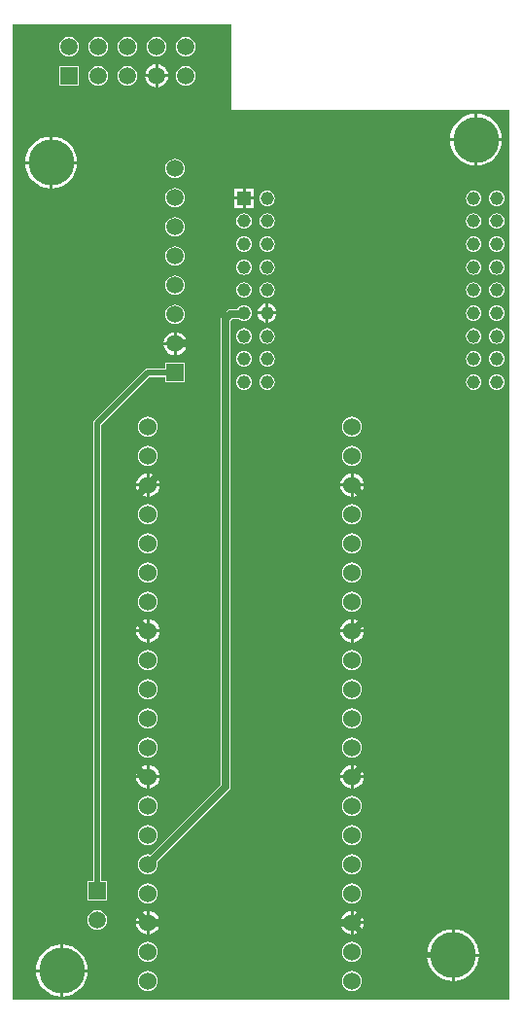
<source format=gbl>
G04*
G04 #@! TF.GenerationSoftware,Altium Limited,Altium Designer,19.1.5 (86)*
G04*
G04 Layer_Physical_Order=2*
G04 Layer_Color=16711680*
%FSLAX25Y25*%
%MOIN*%
G70*
G01*
G75*
%ADD20C,0.02000*%
%ADD22C,0.02500*%
%ADD23R,0.05906X0.05906*%
%ADD24C,0.05906*%
%ADD25C,0.15748*%
%ADD26C,0.06000*%
%ADD27C,0.04528*%
%ADD28R,0.04528X0.04528*%
%ADD29R,0.05906X0.05906*%
G36*
X76772Y314567D02*
X172047D01*
Y9449D01*
X1575D01*
Y343701D01*
X76772D01*
Y314567D01*
D02*
G37*
%LPC*%
G36*
X61004Y339504D02*
X60129Y339388D01*
X59313Y339051D01*
X58613Y338513D01*
X58075Y337813D01*
X57737Y336997D01*
X57622Y336122D01*
X57737Y335247D01*
X58075Y334431D01*
X58613Y333731D01*
X59313Y333193D01*
X60129Y332856D01*
X61004Y332740D01*
X61879Y332856D01*
X62695Y333193D01*
X63395Y333731D01*
X63933Y334431D01*
X64270Y335247D01*
X64386Y336122D01*
X64270Y336997D01*
X63933Y337813D01*
X63395Y338513D01*
X62695Y339051D01*
X61879Y339388D01*
X61004Y339504D01*
D02*
G37*
G36*
X51004D02*
X50129Y339388D01*
X49313Y339051D01*
X48613Y338513D01*
X48075Y337813D01*
X47738Y336997D01*
X47622Y336122D01*
X47738Y335247D01*
X48075Y334431D01*
X48613Y333731D01*
X49313Y333193D01*
X50129Y332856D01*
X51004Y332740D01*
X51879Y332856D01*
X52695Y333193D01*
X53395Y333731D01*
X53932Y334431D01*
X54270Y335247D01*
X54386Y336122D01*
X54270Y336997D01*
X53932Y337813D01*
X53395Y338513D01*
X52695Y339051D01*
X51879Y339388D01*
X51004Y339504D01*
D02*
G37*
G36*
X41004D02*
X40129Y339388D01*
X39313Y339051D01*
X38613Y338513D01*
X38075Y337813D01*
X37738Y336997D01*
X37622Y336122D01*
X37738Y335247D01*
X38075Y334431D01*
X38613Y333731D01*
X39313Y333193D01*
X40129Y332856D01*
X41004Y332740D01*
X41879Y332856D01*
X42695Y333193D01*
X43395Y333731D01*
X43933Y334431D01*
X44270Y335247D01*
X44386Y336122D01*
X44270Y336997D01*
X43933Y337813D01*
X43395Y338513D01*
X42695Y339051D01*
X41879Y339388D01*
X41004Y339504D01*
D02*
G37*
G36*
X31004D02*
X30129Y339388D01*
X29313Y339051D01*
X28613Y338513D01*
X28075Y337813D01*
X27738Y336997D01*
X27622Y336122D01*
X27738Y335247D01*
X28075Y334431D01*
X28613Y333731D01*
X29313Y333193D01*
X30129Y332856D01*
X31004Y332740D01*
X31879Y332856D01*
X32695Y333193D01*
X33395Y333731D01*
X33933Y334431D01*
X34270Y335247D01*
X34386Y336122D01*
X34270Y336997D01*
X33933Y337813D01*
X33395Y338513D01*
X32695Y339051D01*
X31879Y339388D01*
X31004Y339504D01*
D02*
G37*
G36*
X21004D02*
X20129Y339388D01*
X19313Y339051D01*
X18613Y338513D01*
X18075Y337813D01*
X17738Y336997D01*
X17622Y336122D01*
X17738Y335247D01*
X18075Y334431D01*
X18613Y333731D01*
X19313Y333193D01*
X20129Y332856D01*
X21004Y332740D01*
X21879Y332856D01*
X22695Y333193D01*
X23395Y333731D01*
X23933Y334431D01*
X24270Y335247D01*
X24386Y336122D01*
X24270Y336997D01*
X23933Y337813D01*
X23395Y338513D01*
X22695Y339051D01*
X21879Y339388D01*
X21004Y339504D01*
D02*
G37*
G36*
X51504Y330043D02*
Y326622D01*
X54925D01*
X54855Y327154D01*
X54457Y328116D01*
X53823Y328941D01*
X52997Y329575D01*
X52036Y329973D01*
X51504Y330043D01*
D02*
G37*
G36*
X50504D02*
X49972Y329973D01*
X49011Y329575D01*
X48185Y328941D01*
X47551Y328116D01*
X47153Y327154D01*
X47083Y326622D01*
X50504D01*
Y330043D01*
D02*
G37*
G36*
X24357Y329475D02*
X17651D01*
Y322769D01*
X24357D01*
Y329475D01*
D02*
G37*
G36*
X61004Y329504D02*
X60129Y329388D01*
X59313Y329051D01*
X58613Y328513D01*
X58075Y327813D01*
X57737Y326997D01*
X57622Y326122D01*
X57737Y325247D01*
X58075Y324431D01*
X58613Y323731D01*
X59313Y323193D01*
X60129Y322856D01*
X61004Y322740D01*
X61879Y322856D01*
X62695Y323193D01*
X63395Y323731D01*
X63933Y324431D01*
X64270Y325247D01*
X64386Y326122D01*
X64270Y326997D01*
X63933Y327813D01*
X63395Y328513D01*
X62695Y329051D01*
X61879Y329388D01*
X61004Y329504D01*
D02*
G37*
G36*
X41004D02*
X40129Y329388D01*
X39313Y329051D01*
X38613Y328513D01*
X38075Y327813D01*
X37738Y326997D01*
X37622Y326122D01*
X37738Y325247D01*
X38075Y324431D01*
X38613Y323731D01*
X39313Y323193D01*
X40129Y322856D01*
X41004Y322740D01*
X41879Y322856D01*
X42695Y323193D01*
X43395Y323731D01*
X43933Y324431D01*
X44270Y325247D01*
X44386Y326122D01*
X44270Y326997D01*
X43933Y327813D01*
X43395Y328513D01*
X42695Y329051D01*
X41879Y329388D01*
X41004Y329504D01*
D02*
G37*
G36*
X31004D02*
X30129Y329388D01*
X29313Y329051D01*
X28613Y328513D01*
X28075Y327813D01*
X27738Y326997D01*
X27622Y326122D01*
X27738Y325247D01*
X28075Y324431D01*
X28613Y323731D01*
X29313Y323193D01*
X30129Y322856D01*
X31004Y322740D01*
X31879Y322856D01*
X32695Y323193D01*
X33395Y323731D01*
X33933Y324431D01*
X34270Y325247D01*
X34386Y326122D01*
X34270Y326997D01*
X33933Y327813D01*
X33395Y328513D01*
X32695Y329051D01*
X31879Y329388D01*
X31004Y329504D01*
D02*
G37*
G36*
X54925Y325622D02*
X51504D01*
Y322201D01*
X52036Y322271D01*
X52997Y322669D01*
X53823Y323303D01*
X54457Y324129D01*
X54855Y325090D01*
X54925Y325622D01*
D02*
G37*
G36*
X50504D02*
X47083D01*
X47153Y325090D01*
X47551Y324129D01*
X48185Y323303D01*
X49011Y322669D01*
X49972Y322271D01*
X50504Y322201D01*
Y325622D01*
D02*
G37*
G36*
X161031Y313100D02*
Y304732D01*
X169399D01*
X169277Y305972D01*
X168770Y307645D01*
X167946Y309186D01*
X166837Y310538D01*
X165486Y311647D01*
X163944Y312471D01*
X162271Y312978D01*
X161031Y313100D01*
D02*
G37*
G36*
X160031D02*
X158792Y312978D01*
X157119Y312471D01*
X155578Y311647D01*
X154226Y310538D01*
X153117Y309186D01*
X152293Y307645D01*
X151786Y305972D01*
X151664Y304732D01*
X160031D01*
Y313100D01*
D02*
G37*
G36*
X15362Y305226D02*
Y296858D01*
X23730D01*
X23608Y298098D01*
X23100Y299771D01*
X22276Y301312D01*
X21167Y302663D01*
X19816Y303772D01*
X18275Y304596D01*
X16602Y305104D01*
X15362Y305226D01*
D02*
G37*
G36*
X14362D02*
X13123Y305104D01*
X11450Y304596D01*
X9908Y303772D01*
X8557Y302663D01*
X7448Y301312D01*
X6624Y299771D01*
X6117Y298098D01*
X5994Y296858D01*
X14362D01*
Y305226D01*
D02*
G37*
G36*
X169399Y303732D02*
X161031D01*
Y295365D01*
X162271Y295487D01*
X163944Y295994D01*
X165486Y296818D01*
X166837Y297927D01*
X167946Y299278D01*
X168770Y300820D01*
X169277Y302493D01*
X169399Y303732D01*
D02*
G37*
G36*
X160031D02*
X151664D01*
X151786Y302493D01*
X152293Y300820D01*
X153117Y299278D01*
X154226Y297927D01*
X155578Y296818D01*
X157119Y295994D01*
X158792Y295487D01*
X160031Y295365D01*
Y303732D01*
D02*
G37*
G36*
X57382Y297693D02*
X56507Y297577D01*
X55691Y297240D01*
X54991Y296702D01*
X54453Y296002D01*
X54115Y295186D01*
X54000Y294311D01*
X54115Y293436D01*
X54453Y292620D01*
X54991Y291920D01*
X55691Y291382D01*
X56507Y291044D01*
X57382Y290929D01*
X58257Y291044D01*
X59073Y291382D01*
X59773Y291920D01*
X60311Y292620D01*
X60648Y293436D01*
X60764Y294311D01*
X60648Y295186D01*
X60311Y296002D01*
X59773Y296702D01*
X59073Y297240D01*
X58257Y297577D01*
X57382Y297693D01*
D02*
G37*
G36*
X23730Y295858D02*
X15362D01*
Y287491D01*
X16602Y287613D01*
X18275Y288120D01*
X19816Y288944D01*
X21167Y290053D01*
X22276Y291404D01*
X23100Y292946D01*
X23608Y294619D01*
X23730Y295858D01*
D02*
G37*
G36*
X14362D02*
X5994D01*
X6117Y294619D01*
X6624Y292946D01*
X7448Y291404D01*
X8557Y290053D01*
X9908Y288944D01*
X11450Y288120D01*
X13123Y287613D01*
X14362Y287491D01*
Y295858D01*
D02*
G37*
G36*
X84268Y287417D02*
X81504D01*
Y284654D01*
X84268D01*
Y287417D01*
D02*
G37*
G36*
X80504D02*
X77740D01*
Y284654D01*
X80504D01*
Y287417D01*
D02*
G37*
G36*
X167618Y286840D02*
X166923Y286749D01*
X166275Y286480D01*
X165718Y286053D01*
X165291Y285497D01*
X165023Y284849D01*
X164931Y284154D01*
X165023Y283458D01*
X165291Y282810D01*
X165718Y282254D01*
X166275Y281827D01*
X166923Y281558D01*
X167618Y281467D01*
X168314Y281558D01*
X168962Y281827D01*
X169518Y282254D01*
X169945Y282810D01*
X170213Y283458D01*
X170305Y284154D01*
X170213Y284849D01*
X169945Y285497D01*
X169518Y286053D01*
X168962Y286480D01*
X168314Y286749D01*
X167618Y286840D01*
D02*
G37*
G36*
X159744Y286840D02*
X159049Y286749D01*
X158401Y286480D01*
X157844Y286053D01*
X157417Y285497D01*
X157149Y284849D01*
X157057Y284154D01*
X157149Y283458D01*
X157417Y282810D01*
X157844Y282254D01*
X158401Y281827D01*
X159049Y281558D01*
X159744Y281467D01*
X160440Y281558D01*
X161088Y281827D01*
X161644Y282254D01*
X162071Y282810D01*
X162339Y283458D01*
X162431Y284154D01*
X162339Y284849D01*
X162071Y285497D01*
X161644Y286053D01*
X161088Y286480D01*
X160440Y286749D01*
X159744Y286840D01*
D02*
G37*
G36*
X88878D02*
X88183Y286749D01*
X87535Y286480D01*
X86978Y286053D01*
X86551Y285497D01*
X86283Y284849D01*
X86191Y284154D01*
X86283Y283458D01*
X86551Y282810D01*
X86978Y282254D01*
X87535Y281827D01*
X88183Y281558D01*
X88878Y281467D01*
X89573Y281558D01*
X90221Y281827D01*
X90778Y282254D01*
X91205Y282810D01*
X91473Y283458D01*
X91565Y284154D01*
X91473Y284849D01*
X91205Y285497D01*
X90778Y286053D01*
X90221Y286480D01*
X89573Y286749D01*
X88878Y286840D01*
D02*
G37*
G36*
X57382Y287693D02*
X56507Y287577D01*
X55691Y287240D01*
X54991Y286702D01*
X54453Y286002D01*
X54115Y285186D01*
X54000Y284311D01*
X54115Y283436D01*
X54453Y282620D01*
X54991Y281920D01*
X55691Y281382D01*
X56507Y281045D01*
X57382Y280929D01*
X58257Y281045D01*
X59073Y281382D01*
X59773Y281920D01*
X60311Y282620D01*
X60648Y283436D01*
X60764Y284311D01*
X60648Y285186D01*
X60311Y286002D01*
X59773Y286702D01*
X59073Y287240D01*
X58257Y287577D01*
X57382Y287693D01*
D02*
G37*
G36*
X84268Y283654D02*
X81504D01*
Y280890D01*
X84268D01*
Y283654D01*
D02*
G37*
G36*
X80504D02*
X77740D01*
Y280890D01*
X80504D01*
Y283654D01*
D02*
G37*
G36*
X167618Y278966D02*
X166923Y278875D01*
X166275Y278606D01*
X165718Y278179D01*
X165291Y277623D01*
X165023Y276975D01*
X164931Y276280D01*
X165023Y275584D01*
X165291Y274936D01*
X165718Y274380D01*
X166275Y273953D01*
X166923Y273684D01*
X167618Y273593D01*
X168314Y273684D01*
X168962Y273953D01*
X169518Y274380D01*
X169945Y274936D01*
X170213Y275584D01*
X170305Y276280D01*
X170213Y276975D01*
X169945Y277623D01*
X169518Y278179D01*
X168962Y278606D01*
X168314Y278875D01*
X167618Y278966D01*
D02*
G37*
G36*
X81004D02*
X80309Y278875D01*
X79660Y278606D01*
X79104Y278179D01*
X78677Y277623D01*
X78409Y276975D01*
X78317Y276280D01*
X78409Y275584D01*
X78677Y274936D01*
X79104Y274380D01*
X79660Y273953D01*
X80309Y273684D01*
X81004Y273593D01*
X81699Y273684D01*
X82347Y273953D01*
X82904Y274380D01*
X83331Y274936D01*
X83599Y275584D01*
X83691Y276280D01*
X83599Y276975D01*
X83331Y277623D01*
X82904Y278179D01*
X82347Y278606D01*
X81699Y278875D01*
X81004Y278966D01*
D02*
G37*
G36*
X159744Y278966D02*
X159049Y278875D01*
X158401Y278606D01*
X157844Y278179D01*
X157417Y277623D01*
X157149Y276975D01*
X157057Y276279D01*
X157149Y275584D01*
X157417Y274936D01*
X157844Y274380D01*
X158401Y273953D01*
X159049Y273684D01*
X159744Y273593D01*
X160440Y273684D01*
X161088Y273953D01*
X161644Y274380D01*
X162071Y274936D01*
X162339Y275584D01*
X162431Y276279D01*
X162339Y276975D01*
X162071Y277623D01*
X161644Y278179D01*
X161088Y278606D01*
X160440Y278875D01*
X159744Y278966D01*
D02*
G37*
G36*
X88878D02*
X88183Y278875D01*
X87535Y278606D01*
X86978Y278179D01*
X86551Y277623D01*
X86283Y276975D01*
X86191Y276279D01*
X86283Y275584D01*
X86551Y274936D01*
X86978Y274380D01*
X87535Y273953D01*
X88183Y273684D01*
X88878Y273593D01*
X89573Y273684D01*
X90221Y273953D01*
X90778Y274380D01*
X91205Y274936D01*
X91473Y275584D01*
X91565Y276279D01*
X91473Y276975D01*
X91205Y277623D01*
X90778Y278179D01*
X90221Y278606D01*
X89573Y278875D01*
X88878Y278966D01*
D02*
G37*
G36*
X57382Y277693D02*
X56507Y277577D01*
X55691Y277240D01*
X54991Y276702D01*
X54453Y276002D01*
X54115Y275186D01*
X54000Y274311D01*
X54115Y273436D01*
X54453Y272620D01*
X54991Y271920D01*
X55691Y271382D01*
X56507Y271044D01*
X57382Y270929D01*
X58257Y271044D01*
X59073Y271382D01*
X59773Y271920D01*
X60311Y272620D01*
X60648Y273436D01*
X60764Y274311D01*
X60648Y275186D01*
X60311Y276002D01*
X59773Y276702D01*
X59073Y277240D01*
X58257Y277577D01*
X57382Y277693D01*
D02*
G37*
G36*
X167618Y271092D02*
X166923Y271001D01*
X166275Y270732D01*
X165718Y270305D01*
X165291Y269749D01*
X165023Y269101D01*
X164931Y268406D01*
X165023Y267710D01*
X165291Y267062D01*
X165718Y266506D01*
X166275Y266079D01*
X166923Y265810D01*
X167618Y265719D01*
X168314Y265810D01*
X168962Y266079D01*
X169518Y266506D01*
X169945Y267062D01*
X170213Y267710D01*
X170305Y268406D01*
X170213Y269101D01*
X169945Y269749D01*
X169518Y270305D01*
X168962Y270732D01*
X168314Y271001D01*
X167618Y271092D01*
D02*
G37*
G36*
X81004D02*
X80309Y271001D01*
X79660Y270732D01*
X79104Y270305D01*
X78677Y269749D01*
X78409Y269101D01*
X78317Y268406D01*
X78409Y267710D01*
X78677Y267062D01*
X79104Y266506D01*
X79660Y266079D01*
X80309Y265810D01*
X81004Y265719D01*
X81699Y265810D01*
X82347Y266079D01*
X82904Y266506D01*
X83331Y267062D01*
X83599Y267710D01*
X83691Y268406D01*
X83599Y269101D01*
X83331Y269749D01*
X82904Y270305D01*
X82347Y270732D01*
X81699Y271001D01*
X81004Y271092D01*
D02*
G37*
G36*
X159744Y271092D02*
X159049Y271001D01*
X158401Y270732D01*
X157844Y270305D01*
X157417Y269749D01*
X157149Y269101D01*
X157057Y268406D01*
X157149Y267710D01*
X157417Y267062D01*
X157844Y266506D01*
X158401Y266079D01*
X159049Y265810D01*
X159744Y265719D01*
X160440Y265810D01*
X161088Y266079D01*
X161644Y266506D01*
X162071Y267062D01*
X162339Y267710D01*
X162431Y268406D01*
X162339Y269101D01*
X162071Y269749D01*
X161644Y270305D01*
X161088Y270732D01*
X160440Y271001D01*
X159744Y271092D01*
D02*
G37*
G36*
X88878D02*
X88183Y271001D01*
X87535Y270732D01*
X86978Y270305D01*
X86551Y269749D01*
X86283Y269101D01*
X86191Y268406D01*
X86283Y267710D01*
X86551Y267062D01*
X86978Y266506D01*
X87535Y266079D01*
X88183Y265810D01*
X88878Y265719D01*
X89573Y265810D01*
X90221Y266079D01*
X90778Y266506D01*
X91205Y267062D01*
X91473Y267710D01*
X91565Y268406D01*
X91473Y269101D01*
X91205Y269749D01*
X90778Y270305D01*
X90221Y270732D01*
X89573Y271001D01*
X88878Y271092D01*
D02*
G37*
G36*
X57382Y267693D02*
X56507Y267577D01*
X55691Y267240D01*
X54991Y266702D01*
X54453Y266002D01*
X54115Y265186D01*
X54000Y264311D01*
X54115Y263436D01*
X54453Y262620D01*
X54991Y261920D01*
X55691Y261382D01*
X56507Y261045D01*
X57382Y260929D01*
X58257Y261045D01*
X59073Y261382D01*
X59773Y261920D01*
X60311Y262620D01*
X60648Y263436D01*
X60764Y264311D01*
X60648Y265186D01*
X60311Y266002D01*
X59773Y266702D01*
X59073Y267240D01*
X58257Y267577D01*
X57382Y267693D01*
D02*
G37*
G36*
X167618Y263218D02*
X166923Y263127D01*
X166275Y262858D01*
X165718Y262431D01*
X165291Y261875D01*
X165023Y261227D01*
X164931Y260531D01*
X165023Y259836D01*
X165291Y259188D01*
X165718Y258632D01*
X166275Y258205D01*
X166923Y257936D01*
X167618Y257845D01*
X168314Y257936D01*
X168962Y258205D01*
X169518Y258632D01*
X169945Y259188D01*
X170213Y259836D01*
X170305Y260531D01*
X170213Y261227D01*
X169945Y261875D01*
X169518Y262431D01*
X168962Y262858D01*
X168314Y263127D01*
X167618Y263218D01*
D02*
G37*
G36*
X81004D02*
X80309Y263127D01*
X79660Y262858D01*
X79104Y262431D01*
X78677Y261875D01*
X78409Y261227D01*
X78317Y260531D01*
X78409Y259836D01*
X78677Y259188D01*
X79104Y258632D01*
X79660Y258205D01*
X80309Y257936D01*
X81004Y257845D01*
X81699Y257936D01*
X82347Y258205D01*
X82904Y258632D01*
X83331Y259188D01*
X83599Y259836D01*
X83691Y260531D01*
X83599Y261227D01*
X83331Y261875D01*
X82904Y262431D01*
X82347Y262858D01*
X81699Y263127D01*
X81004Y263218D01*
D02*
G37*
G36*
X159744Y263218D02*
X159049Y263127D01*
X158401Y262858D01*
X157844Y262431D01*
X157417Y261875D01*
X157149Y261227D01*
X157057Y260531D01*
X157149Y259836D01*
X157417Y259188D01*
X157844Y258632D01*
X158401Y258205D01*
X159049Y257936D01*
X159744Y257845D01*
X160440Y257936D01*
X161088Y258205D01*
X161644Y258632D01*
X162071Y259188D01*
X162339Y259836D01*
X162431Y260531D01*
X162339Y261227D01*
X162071Y261875D01*
X161644Y262431D01*
X161088Y262858D01*
X160440Y263127D01*
X159744Y263218D01*
D02*
G37*
G36*
X88878D02*
X88183Y263127D01*
X87535Y262858D01*
X86978Y262431D01*
X86551Y261875D01*
X86283Y261227D01*
X86191Y260531D01*
X86283Y259836D01*
X86551Y259188D01*
X86978Y258632D01*
X87535Y258205D01*
X88183Y257936D01*
X88878Y257845D01*
X89573Y257936D01*
X90221Y258205D01*
X90778Y258632D01*
X91205Y259188D01*
X91473Y259836D01*
X91565Y260531D01*
X91473Y261227D01*
X91205Y261875D01*
X90778Y262431D01*
X90221Y262858D01*
X89573Y263127D01*
X88878Y263218D01*
D02*
G37*
G36*
X57382Y257693D02*
X56507Y257577D01*
X55691Y257240D01*
X54991Y256702D01*
X54453Y256002D01*
X54115Y255186D01*
X54000Y254311D01*
X54115Y253436D01*
X54453Y252620D01*
X54991Y251920D01*
X55691Y251382D01*
X56507Y251045D01*
X57382Y250929D01*
X58257Y251045D01*
X59073Y251382D01*
X59773Y251920D01*
X60311Y252620D01*
X60648Y253436D01*
X60764Y254311D01*
X60648Y255186D01*
X60311Y256002D01*
X59773Y256702D01*
X59073Y257240D01*
X58257Y257577D01*
X57382Y257693D01*
D02*
G37*
G36*
X167618Y255344D02*
X166923Y255253D01*
X166275Y254984D01*
X165718Y254557D01*
X165291Y254001D01*
X165023Y253353D01*
X164931Y252658D01*
X165023Y251962D01*
X165291Y251314D01*
X165718Y250758D01*
X166275Y250331D01*
X166923Y250062D01*
X167618Y249971D01*
X168314Y250062D01*
X168962Y250331D01*
X169518Y250758D01*
X169945Y251314D01*
X170213Y251962D01*
X170305Y252658D01*
X170213Y253353D01*
X169945Y254001D01*
X169518Y254557D01*
X168962Y254984D01*
X168314Y255253D01*
X167618Y255344D01*
D02*
G37*
G36*
X81004D02*
X80309Y255253D01*
X79660Y254984D01*
X79104Y254557D01*
X78677Y254001D01*
X78409Y253353D01*
X78317Y252658D01*
X78409Y251962D01*
X78677Y251314D01*
X79104Y250758D01*
X79660Y250331D01*
X80309Y250062D01*
X81004Y249971D01*
X81699Y250062D01*
X82347Y250331D01*
X82904Y250758D01*
X83331Y251314D01*
X83599Y251962D01*
X83691Y252658D01*
X83599Y253353D01*
X83331Y254001D01*
X82904Y254557D01*
X82347Y254984D01*
X81699Y255253D01*
X81004Y255344D01*
D02*
G37*
G36*
X159744Y255344D02*
X159049Y255253D01*
X158401Y254984D01*
X157844Y254557D01*
X157417Y254001D01*
X157149Y253353D01*
X157057Y252658D01*
X157149Y251962D01*
X157417Y251314D01*
X157844Y250758D01*
X158401Y250331D01*
X159049Y250062D01*
X159744Y249971D01*
X160440Y250062D01*
X161088Y250331D01*
X161644Y250758D01*
X162071Y251314D01*
X162339Y251962D01*
X162431Y252658D01*
X162339Y253353D01*
X162071Y254001D01*
X161644Y254557D01*
X161088Y254984D01*
X160440Y255253D01*
X159744Y255344D01*
D02*
G37*
G36*
X88878D02*
X88183Y255253D01*
X87535Y254984D01*
X86978Y254557D01*
X86551Y254001D01*
X86283Y253353D01*
X86191Y252658D01*
X86283Y251962D01*
X86551Y251314D01*
X86978Y250758D01*
X87535Y250331D01*
X88183Y250062D01*
X88878Y249971D01*
X89573Y250062D01*
X90221Y250331D01*
X90778Y250758D01*
X91205Y251314D01*
X91473Y251962D01*
X91565Y252658D01*
X91473Y253353D01*
X91205Y254001D01*
X90778Y254557D01*
X90221Y254984D01*
X89573Y255253D01*
X88878Y255344D01*
D02*
G37*
G36*
X89378Y248009D02*
Y245283D01*
X92104D01*
X92058Y245635D01*
X91729Y246429D01*
X91206Y247111D01*
X90524Y247634D01*
X89730Y247963D01*
X89378Y248009D01*
D02*
G37*
G36*
X88378D02*
X88026Y247963D01*
X87232Y247634D01*
X86550Y247111D01*
X86027Y246429D01*
X85698Y245635D01*
X85652Y245283D01*
X88378D01*
Y248009D01*
D02*
G37*
G36*
X167618Y247470D02*
X166923Y247379D01*
X166275Y247110D01*
X165718Y246683D01*
X165291Y246127D01*
X165023Y245479D01*
X164931Y244783D01*
X165023Y244088D01*
X165291Y243440D01*
X165718Y242884D01*
X166275Y242457D01*
X166923Y242188D01*
X167618Y242097D01*
X168314Y242188D01*
X168962Y242457D01*
X169518Y242884D01*
X169945Y243440D01*
X170213Y244088D01*
X170305Y244783D01*
X170213Y245479D01*
X169945Y246127D01*
X169518Y246683D01*
X168962Y247110D01*
X168314Y247379D01*
X167618Y247470D01*
D02*
G37*
G36*
X81004D02*
X80309Y247379D01*
X79660Y247110D01*
X79104Y246683D01*
X78677Y246127D01*
X78657Y246078D01*
X76169D01*
X75525Y245950D01*
X74980Y245585D01*
X74980Y245585D01*
X73515Y244121D01*
X73150Y243575D01*
X73022Y242931D01*
Y83236D01*
X48951Y59165D01*
X48919Y59179D01*
X48031Y59295D01*
X47144Y59179D01*
X46317Y58836D01*
X45607Y58291D01*
X45062Y57581D01*
X44719Y56754D01*
X44602Y55866D01*
X44719Y54979D01*
X45062Y54151D01*
X45607Y53441D01*
X46317Y52896D01*
X47144Y52554D01*
X48031Y52437D01*
X48919Y52554D01*
X49746Y52896D01*
X50456Y53441D01*
X51001Y54151D01*
X51344Y54979D01*
X51461Y55866D01*
X51344Y56754D01*
X51331Y56786D01*
X75894Y81350D01*
X75894Y81350D01*
X76259Y81896D01*
X76387Y82539D01*
Y242234D01*
X76866Y242713D01*
X79326D01*
X79660Y242457D01*
X80309Y242188D01*
X81004Y242097D01*
X81699Y242188D01*
X82347Y242457D01*
X82904Y242884D01*
X83331Y243440D01*
X83599Y244088D01*
X83691Y244783D01*
X83599Y245479D01*
X83331Y246127D01*
X82904Y246683D01*
X82347Y247110D01*
X81699Y247379D01*
X81004Y247470D01*
D02*
G37*
G36*
X159744Y247470D02*
X159049Y247379D01*
X158401Y247110D01*
X157844Y246683D01*
X157417Y246127D01*
X157149Y245479D01*
X157057Y244783D01*
X157149Y244088D01*
X157417Y243440D01*
X157844Y242884D01*
X158401Y242457D01*
X159049Y242188D01*
X159744Y242097D01*
X160440Y242188D01*
X161088Y242457D01*
X161644Y242884D01*
X162071Y243440D01*
X162339Y244088D01*
X162431Y244783D01*
X162339Y245479D01*
X162071Y246127D01*
X161644Y246683D01*
X161088Y247110D01*
X160440Y247379D01*
X159744Y247470D01*
D02*
G37*
G36*
X92104Y244283D02*
X89378D01*
Y241557D01*
X89730Y241604D01*
X90524Y241933D01*
X91206Y242456D01*
X91729Y243138D01*
X92058Y243931D01*
X92104Y244283D01*
D02*
G37*
G36*
X88378D02*
X85652D01*
X85698Y243931D01*
X86027Y243138D01*
X86550Y242456D01*
X87232Y241933D01*
X88026Y241604D01*
X88378Y241557D01*
Y244283D01*
D02*
G37*
G36*
X57382Y247693D02*
X56507Y247577D01*
X55691Y247240D01*
X54991Y246702D01*
X54453Y246002D01*
X54115Y245186D01*
X54000Y244311D01*
X54115Y243436D01*
X54453Y242620D01*
X54991Y241920D01*
X55691Y241382D01*
X56507Y241044D01*
X57382Y240929D01*
X58257Y241044D01*
X59073Y241382D01*
X59773Y241920D01*
X60311Y242620D01*
X60648Y243436D01*
X60764Y244311D01*
X60648Y245186D01*
X60311Y246002D01*
X59773Y246702D01*
X59073Y247240D01*
X58257Y247577D01*
X57382Y247693D01*
D02*
G37*
G36*
X57882Y238232D02*
Y234811D01*
X61303D01*
X61233Y235343D01*
X60835Y236304D01*
X60201Y237130D01*
X59375Y237764D01*
X58414Y238162D01*
X57882Y238232D01*
D02*
G37*
G36*
X56882D02*
X56350Y238162D01*
X55388Y237764D01*
X54563Y237130D01*
X53929Y236304D01*
X53531Y235343D01*
X53461Y234811D01*
X56882D01*
Y238232D01*
D02*
G37*
G36*
X167618Y239596D02*
X166923Y239505D01*
X166275Y239236D01*
X165718Y238809D01*
X165291Y238253D01*
X165023Y237605D01*
X164931Y236910D01*
X165023Y236214D01*
X165291Y235566D01*
X165718Y235010D01*
X166275Y234583D01*
X166923Y234314D01*
X167618Y234223D01*
X168314Y234314D01*
X168962Y234583D01*
X169518Y235010D01*
X169945Y235566D01*
X170213Y236214D01*
X170305Y236910D01*
X170213Y237605D01*
X169945Y238253D01*
X169518Y238809D01*
X168962Y239236D01*
X168314Y239505D01*
X167618Y239596D01*
D02*
G37*
G36*
X81004D02*
X80309Y239505D01*
X79660Y239236D01*
X79104Y238809D01*
X78677Y238253D01*
X78409Y237605D01*
X78317Y236910D01*
X78409Y236214D01*
X78677Y235566D01*
X79104Y235010D01*
X79660Y234583D01*
X80309Y234314D01*
X81004Y234223D01*
X81699Y234314D01*
X82347Y234583D01*
X82904Y235010D01*
X83331Y235566D01*
X83599Y236214D01*
X83691Y236910D01*
X83599Y237605D01*
X83331Y238253D01*
X82904Y238809D01*
X82347Y239236D01*
X81699Y239505D01*
X81004Y239596D01*
D02*
G37*
G36*
X159744Y239596D02*
X159049Y239505D01*
X158401Y239236D01*
X157844Y238809D01*
X157417Y238253D01*
X157149Y237605D01*
X157057Y236909D01*
X157149Y236214D01*
X157417Y235566D01*
X157844Y235010D01*
X158401Y234583D01*
X159049Y234314D01*
X159744Y234223D01*
X160440Y234314D01*
X161088Y234583D01*
X161644Y235010D01*
X162071Y235566D01*
X162339Y236214D01*
X162431Y236909D01*
X162339Y237605D01*
X162071Y238253D01*
X161644Y238809D01*
X161088Y239236D01*
X160440Y239505D01*
X159744Y239596D01*
D02*
G37*
G36*
X88878D02*
X88183Y239505D01*
X87535Y239236D01*
X86978Y238809D01*
X86551Y238253D01*
X86283Y237605D01*
X86191Y236909D01*
X86283Y236214D01*
X86551Y235566D01*
X86978Y235010D01*
X87535Y234583D01*
X88183Y234314D01*
X88878Y234223D01*
X89573Y234314D01*
X90221Y234583D01*
X90778Y235010D01*
X91205Y235566D01*
X91473Y236214D01*
X91565Y236909D01*
X91473Y237605D01*
X91205Y238253D01*
X90778Y238809D01*
X90221Y239236D01*
X89573Y239505D01*
X88878Y239596D01*
D02*
G37*
G36*
X61303Y233811D02*
X57882D01*
Y230390D01*
X58414Y230460D01*
X59375Y230858D01*
X60201Y231492D01*
X60835Y232318D01*
X61233Y233279D01*
X61303Y233811D01*
D02*
G37*
G36*
X56882D02*
X53461D01*
X53531Y233279D01*
X53929Y232318D01*
X54563Y231492D01*
X55388Y230858D01*
X56350Y230460D01*
X56882Y230390D01*
Y233811D01*
D02*
G37*
G36*
X167618Y231722D02*
X166923Y231631D01*
X166275Y231362D01*
X165718Y230935D01*
X165291Y230379D01*
X165023Y229731D01*
X164931Y229035D01*
X165023Y228340D01*
X165291Y227692D01*
X165718Y227136D01*
X166275Y226709D01*
X166923Y226440D01*
X167618Y226349D01*
X168314Y226440D01*
X168962Y226709D01*
X169518Y227136D01*
X169945Y227692D01*
X170213Y228340D01*
X170305Y229035D01*
X170213Y229731D01*
X169945Y230379D01*
X169518Y230935D01*
X168962Y231362D01*
X168314Y231631D01*
X167618Y231722D01*
D02*
G37*
G36*
X81004D02*
X80309Y231631D01*
X79660Y231362D01*
X79104Y230935D01*
X78677Y230379D01*
X78409Y229731D01*
X78317Y229035D01*
X78409Y228340D01*
X78677Y227692D01*
X79104Y227136D01*
X79660Y226709D01*
X80309Y226440D01*
X81004Y226349D01*
X81699Y226440D01*
X82347Y226709D01*
X82904Y227136D01*
X83331Y227692D01*
X83599Y228340D01*
X83691Y229035D01*
X83599Y229731D01*
X83331Y230379D01*
X82904Y230935D01*
X82347Y231362D01*
X81699Y231631D01*
X81004Y231722D01*
D02*
G37*
G36*
X159744Y231722D02*
X159049Y231631D01*
X158401Y231362D01*
X157844Y230935D01*
X157417Y230379D01*
X157149Y229731D01*
X157057Y229035D01*
X157149Y228340D01*
X157417Y227692D01*
X157844Y227136D01*
X158401Y226709D01*
X159049Y226440D01*
X159744Y226349D01*
X160440Y226440D01*
X161088Y226709D01*
X161644Y227136D01*
X162071Y227692D01*
X162339Y228340D01*
X162431Y229035D01*
X162339Y229731D01*
X162071Y230379D01*
X161644Y230935D01*
X161088Y231362D01*
X160440Y231631D01*
X159744Y231722D01*
D02*
G37*
G36*
X88878D02*
X88183Y231631D01*
X87535Y231362D01*
X86978Y230935D01*
X86551Y230379D01*
X86283Y229731D01*
X86191Y229035D01*
X86283Y228340D01*
X86551Y227692D01*
X86978Y227136D01*
X87535Y226709D01*
X88183Y226440D01*
X88878Y226349D01*
X89573Y226440D01*
X90221Y226709D01*
X90778Y227136D01*
X91205Y227692D01*
X91473Y228340D01*
X91565Y229035D01*
X91473Y229731D01*
X91205Y230379D01*
X90778Y230935D01*
X90221Y231362D01*
X89573Y231631D01*
X88878Y231722D01*
D02*
G37*
G36*
X60735Y227664D02*
X54029D01*
Y225738D01*
X47933D01*
X47933Y225738D01*
X47387Y225630D01*
X46924Y225320D01*
X46924Y225320D01*
X29601Y207997D01*
X29291Y207534D01*
X29183Y206988D01*
X29183Y206988D01*
Y50105D01*
X27257D01*
Y43399D01*
X33963D01*
Y50105D01*
X32038D01*
Y206397D01*
X48524Y222884D01*
X54029D01*
Y220958D01*
X60735D01*
Y227664D01*
D02*
G37*
G36*
X167618Y223848D02*
X166923Y223757D01*
X166275Y223488D01*
X165718Y223061D01*
X165291Y222505D01*
X165023Y221857D01*
X164931Y221161D01*
X165023Y220466D01*
X165291Y219818D01*
X165718Y219262D01*
X166275Y218835D01*
X166923Y218566D01*
X167618Y218475D01*
X168314Y218566D01*
X168962Y218835D01*
X169518Y219262D01*
X169945Y219818D01*
X170213Y220466D01*
X170305Y221161D01*
X170213Y221857D01*
X169945Y222505D01*
X169518Y223061D01*
X168962Y223488D01*
X168314Y223757D01*
X167618Y223848D01*
D02*
G37*
G36*
X81004D02*
X80309Y223757D01*
X79660Y223488D01*
X79104Y223061D01*
X78677Y222505D01*
X78409Y221857D01*
X78317Y221161D01*
X78409Y220466D01*
X78677Y219818D01*
X79104Y219262D01*
X79660Y218835D01*
X80309Y218566D01*
X81004Y218475D01*
X81699Y218566D01*
X82347Y218835D01*
X82904Y219262D01*
X83331Y219818D01*
X83599Y220466D01*
X83691Y221161D01*
X83599Y221857D01*
X83331Y222505D01*
X82904Y223061D01*
X82347Y223488D01*
X81699Y223757D01*
X81004Y223848D01*
D02*
G37*
G36*
X159744Y223848D02*
X159049Y223757D01*
X158401Y223488D01*
X157844Y223061D01*
X157417Y222505D01*
X157149Y221857D01*
X157057Y221161D01*
X157149Y220466D01*
X157417Y219818D01*
X157844Y219262D01*
X158401Y218835D01*
X159049Y218566D01*
X159744Y218475D01*
X160440Y218566D01*
X161088Y218835D01*
X161644Y219262D01*
X162071Y219818D01*
X162339Y220466D01*
X162431Y221161D01*
X162339Y221857D01*
X162071Y222505D01*
X161644Y223061D01*
X161088Y223488D01*
X160440Y223757D01*
X159744Y223848D01*
D02*
G37*
G36*
X88878D02*
X88183Y223757D01*
X87535Y223488D01*
X86978Y223061D01*
X86551Y222505D01*
X86283Y221857D01*
X86191Y221161D01*
X86283Y220466D01*
X86551Y219818D01*
X86978Y219262D01*
X87535Y218835D01*
X88183Y218566D01*
X88878Y218475D01*
X89573Y218566D01*
X90221Y218835D01*
X90778Y219262D01*
X91205Y219818D01*
X91473Y220466D01*
X91565Y221161D01*
X91473Y221857D01*
X91205Y222505D01*
X90778Y223061D01*
X90221Y223488D01*
X89573Y223757D01*
X88878Y223848D01*
D02*
G37*
G36*
X118032Y209295D02*
X117144Y209179D01*
X116317Y208836D01*
X115607Y208291D01*
X115062Y207581D01*
X114719Y206754D01*
X114602Y205866D01*
X114719Y204978D01*
X115062Y204151D01*
X115607Y203441D01*
X116317Y202896D01*
X117144Y202554D01*
X118032Y202437D01*
X118919Y202554D01*
X119746Y202896D01*
X120456Y203441D01*
X121001Y204151D01*
X121344Y204978D01*
X121461Y205866D01*
X121344Y206754D01*
X121001Y207581D01*
X120456Y208291D01*
X119746Y208836D01*
X118919Y209179D01*
X118032Y209295D01*
D02*
G37*
G36*
X48031D02*
X47144Y209179D01*
X46317Y208836D01*
X45607Y208291D01*
X45062Y207581D01*
X44719Y206754D01*
X44602Y205866D01*
X44719Y204978D01*
X45062Y204151D01*
X45607Y203441D01*
X46317Y202896D01*
X47144Y202554D01*
X48031Y202437D01*
X48919Y202554D01*
X49746Y202896D01*
X50456Y203441D01*
X51001Y204151D01*
X51344Y204978D01*
X51461Y205866D01*
X51344Y206754D01*
X51001Y207581D01*
X50456Y208291D01*
X49746Y208836D01*
X48919Y209179D01*
X48031Y209295D01*
D02*
G37*
G36*
X118032Y199295D02*
X117144Y199179D01*
X116317Y198836D01*
X115607Y198291D01*
X115062Y197581D01*
X114719Y196754D01*
X114602Y195866D01*
X114719Y194978D01*
X115062Y194151D01*
X115607Y193441D01*
X116317Y192896D01*
X117144Y192554D01*
X118032Y192437D01*
X118919Y192554D01*
X119746Y192896D01*
X120456Y193441D01*
X121001Y194151D01*
X121344Y194978D01*
X121461Y195866D01*
X121344Y196754D01*
X121001Y197581D01*
X120456Y198291D01*
X119746Y198836D01*
X118919Y199179D01*
X118032Y199295D01*
D02*
G37*
G36*
X48031D02*
X47144Y199179D01*
X46317Y198836D01*
X45607Y198291D01*
X45062Y197581D01*
X44719Y196754D01*
X44602Y195866D01*
X44719Y194978D01*
X45062Y194151D01*
X45607Y193441D01*
X46317Y192896D01*
X47144Y192554D01*
X48031Y192437D01*
X48919Y192554D01*
X49746Y192896D01*
X50456Y193441D01*
X51001Y194151D01*
X51344Y194978D01*
X51461Y195866D01*
X51344Y196754D01*
X51001Y197581D01*
X50456Y198291D01*
X49746Y198836D01*
X48919Y199179D01*
X48031Y199295D01*
D02*
G37*
G36*
X118532Y189835D02*
Y186366D01*
X122000D01*
X121929Y186910D01*
X121526Y187883D01*
X120884Y188719D01*
X120049Y189360D01*
X119076Y189763D01*
X118532Y189835D01*
D02*
G37*
G36*
X117532D02*
X116987Y189763D01*
X116014Y189360D01*
X115179Y188719D01*
X114538Y187883D01*
X114134Y186910D01*
X114063Y186366D01*
X117532D01*
Y189835D01*
D02*
G37*
G36*
X48531D02*
Y186366D01*
X52000D01*
X51929Y186910D01*
X51525Y187883D01*
X50884Y188719D01*
X50049Y189360D01*
X49076Y189763D01*
X48531Y189835D01*
D02*
G37*
G36*
X47532D02*
X46987Y189763D01*
X46014Y189360D01*
X45179Y188719D01*
X44537Y187883D01*
X44134Y186910D01*
X44063Y186366D01*
X47532D01*
Y189835D01*
D02*
G37*
G36*
X122000Y185366D02*
X118532D01*
Y181897D01*
X119076Y181969D01*
X120049Y182372D01*
X120884Y183013D01*
X121526Y183849D01*
X121929Y184822D01*
X122000Y185366D01*
D02*
G37*
G36*
X117532D02*
X114063D01*
X114134Y184822D01*
X114538Y183849D01*
X115179Y183013D01*
X116014Y182372D01*
X116987Y181969D01*
X117532Y181897D01*
Y185366D01*
D02*
G37*
G36*
X52000D02*
X48531D01*
Y181897D01*
X49076Y181969D01*
X50049Y182372D01*
X50884Y183013D01*
X51525Y183849D01*
X51929Y184822D01*
X52000Y185366D01*
D02*
G37*
G36*
X47532D02*
X44063D01*
X44134Y184822D01*
X44537Y183849D01*
X45179Y183013D01*
X46014Y182372D01*
X46987Y181969D01*
X47532Y181897D01*
Y185366D01*
D02*
G37*
G36*
X118032Y179296D02*
X117144Y179179D01*
X116317Y178836D01*
X115607Y178291D01*
X115062Y177581D01*
X114719Y176754D01*
X114602Y175866D01*
X114719Y174978D01*
X115062Y174151D01*
X115607Y173441D01*
X116317Y172896D01*
X117144Y172554D01*
X118032Y172437D01*
X118919Y172554D01*
X119746Y172896D01*
X120456Y173441D01*
X121001Y174151D01*
X121344Y174978D01*
X121461Y175866D01*
X121344Y176754D01*
X121001Y177581D01*
X120456Y178291D01*
X119746Y178836D01*
X118919Y179179D01*
X118032Y179296D01*
D02*
G37*
G36*
X48031D02*
X47144Y179179D01*
X46317Y178836D01*
X45607Y178291D01*
X45062Y177581D01*
X44719Y176754D01*
X44602Y175866D01*
X44719Y174978D01*
X45062Y174151D01*
X45607Y173441D01*
X46317Y172896D01*
X47144Y172554D01*
X48031Y172437D01*
X48919Y172554D01*
X49746Y172896D01*
X50456Y173441D01*
X51001Y174151D01*
X51344Y174978D01*
X51461Y175866D01*
X51344Y176754D01*
X51001Y177581D01*
X50456Y178291D01*
X49746Y178836D01*
X48919Y179179D01*
X48031Y179296D01*
D02*
G37*
G36*
X118032Y169296D02*
X117144Y169179D01*
X116317Y168836D01*
X115607Y168291D01*
X115062Y167581D01*
X114719Y166754D01*
X114602Y165866D01*
X114719Y164979D01*
X115062Y164151D01*
X115607Y163441D01*
X116317Y162896D01*
X117144Y162554D01*
X118032Y162437D01*
X118919Y162554D01*
X119746Y162896D01*
X120456Y163441D01*
X121001Y164151D01*
X121344Y164979D01*
X121461Y165866D01*
X121344Y166754D01*
X121001Y167581D01*
X120456Y168291D01*
X119746Y168836D01*
X118919Y169179D01*
X118032Y169296D01*
D02*
G37*
G36*
X48031D02*
X47144Y169179D01*
X46317Y168836D01*
X45607Y168291D01*
X45062Y167581D01*
X44719Y166754D01*
X44602Y165866D01*
X44719Y164979D01*
X45062Y164151D01*
X45607Y163441D01*
X46317Y162896D01*
X47144Y162554D01*
X48031Y162437D01*
X48919Y162554D01*
X49746Y162896D01*
X50456Y163441D01*
X51001Y164151D01*
X51344Y164979D01*
X51461Y165866D01*
X51344Y166754D01*
X51001Y167581D01*
X50456Y168291D01*
X49746Y168836D01*
X48919Y169179D01*
X48031Y169296D01*
D02*
G37*
G36*
X118032Y159295D02*
X117144Y159179D01*
X116317Y158836D01*
X115607Y158291D01*
X115062Y157581D01*
X114719Y156754D01*
X114602Y155866D01*
X114719Y154979D01*
X115062Y154151D01*
X115607Y153441D01*
X116317Y152896D01*
X117144Y152554D01*
X118032Y152437D01*
X118919Y152554D01*
X119746Y152896D01*
X120456Y153441D01*
X121001Y154151D01*
X121344Y154979D01*
X121461Y155866D01*
X121344Y156754D01*
X121001Y157581D01*
X120456Y158291D01*
X119746Y158836D01*
X118919Y159179D01*
X118032Y159295D01*
D02*
G37*
G36*
X48031D02*
X47144Y159179D01*
X46317Y158836D01*
X45607Y158291D01*
X45062Y157581D01*
X44719Y156754D01*
X44602Y155866D01*
X44719Y154979D01*
X45062Y154151D01*
X45607Y153441D01*
X46317Y152896D01*
X47144Y152554D01*
X48031Y152437D01*
X48919Y152554D01*
X49746Y152896D01*
X50456Y153441D01*
X51001Y154151D01*
X51344Y154979D01*
X51461Y155866D01*
X51344Y156754D01*
X51001Y157581D01*
X50456Y158291D01*
X49746Y158836D01*
X48919Y159179D01*
X48031Y159295D01*
D02*
G37*
G36*
X118032Y149295D02*
X117144Y149179D01*
X116317Y148836D01*
X115607Y148291D01*
X115062Y147581D01*
X114719Y146754D01*
X114602Y145866D01*
X114719Y144978D01*
X115062Y144151D01*
X115607Y143441D01*
X116317Y142896D01*
X117144Y142554D01*
X118032Y142437D01*
X118919Y142554D01*
X119746Y142896D01*
X120456Y143441D01*
X121001Y144151D01*
X121344Y144978D01*
X121461Y145866D01*
X121344Y146754D01*
X121001Y147581D01*
X120456Y148291D01*
X119746Y148836D01*
X118919Y149179D01*
X118032Y149295D01*
D02*
G37*
G36*
X48031D02*
X47144Y149179D01*
X46317Y148836D01*
X45607Y148291D01*
X45062Y147581D01*
X44719Y146754D01*
X44602Y145866D01*
X44719Y144978D01*
X45062Y144151D01*
X45607Y143441D01*
X46317Y142896D01*
X47144Y142554D01*
X48031Y142437D01*
X48919Y142554D01*
X49746Y142896D01*
X50456Y143441D01*
X51001Y144151D01*
X51344Y144978D01*
X51461Y145866D01*
X51344Y146754D01*
X51001Y147581D01*
X50456Y148291D01*
X49746Y148836D01*
X48919Y149179D01*
X48031Y149295D01*
D02*
G37*
G36*
X118532Y139835D02*
Y136366D01*
X122000D01*
X121929Y136910D01*
X121526Y137883D01*
X120884Y138719D01*
X120049Y139360D01*
X119076Y139763D01*
X118532Y139835D01*
D02*
G37*
G36*
X117532D02*
X116987Y139763D01*
X116014Y139360D01*
X115179Y138719D01*
X114538Y137883D01*
X114134Y136910D01*
X114063Y136366D01*
X117532D01*
Y139835D01*
D02*
G37*
G36*
X48531D02*
Y136366D01*
X52000D01*
X51929Y136910D01*
X51525Y137883D01*
X50884Y138719D01*
X50049Y139360D01*
X49076Y139763D01*
X48531Y139835D01*
D02*
G37*
G36*
X47532D02*
X46987Y139763D01*
X46014Y139360D01*
X45179Y138719D01*
X44537Y137883D01*
X44134Y136910D01*
X44063Y136366D01*
X47532D01*
Y139835D01*
D02*
G37*
G36*
X122000Y135366D02*
X118532D01*
Y131897D01*
X119076Y131969D01*
X120049Y132372D01*
X120884Y133013D01*
X121526Y133849D01*
X121929Y134822D01*
X122000Y135366D01*
D02*
G37*
G36*
X117532D02*
X114063D01*
X114134Y134822D01*
X114538Y133849D01*
X115179Y133013D01*
X116014Y132372D01*
X116987Y131969D01*
X117532Y131897D01*
Y135366D01*
D02*
G37*
G36*
X52000D02*
X48531D01*
Y131897D01*
X49076Y131969D01*
X50049Y132372D01*
X50884Y133013D01*
X51525Y133849D01*
X51929Y134822D01*
X52000Y135366D01*
D02*
G37*
G36*
X47532D02*
X44063D01*
X44134Y134822D01*
X44537Y133849D01*
X45179Y133013D01*
X46014Y132372D01*
X46987Y131969D01*
X47532Y131897D01*
Y135366D01*
D02*
G37*
G36*
X118032Y129296D02*
X117144Y129179D01*
X116317Y128836D01*
X115607Y128291D01*
X115062Y127581D01*
X114719Y126754D01*
X114602Y125866D01*
X114719Y124978D01*
X115062Y124151D01*
X115607Y123441D01*
X116317Y122896D01*
X117144Y122554D01*
X118032Y122437D01*
X118919Y122554D01*
X119746Y122896D01*
X120456Y123441D01*
X121001Y124151D01*
X121344Y124978D01*
X121461Y125866D01*
X121344Y126754D01*
X121001Y127581D01*
X120456Y128291D01*
X119746Y128836D01*
X118919Y129179D01*
X118032Y129296D01*
D02*
G37*
G36*
X48031D02*
X47144Y129179D01*
X46317Y128836D01*
X45607Y128291D01*
X45062Y127581D01*
X44719Y126754D01*
X44602Y125866D01*
X44719Y124978D01*
X45062Y124151D01*
X45607Y123441D01*
X46317Y122896D01*
X47144Y122554D01*
X48031Y122437D01*
X48919Y122554D01*
X49746Y122896D01*
X50456Y123441D01*
X51001Y124151D01*
X51344Y124978D01*
X51461Y125866D01*
X51344Y126754D01*
X51001Y127581D01*
X50456Y128291D01*
X49746Y128836D01*
X48919Y129179D01*
X48031Y129296D01*
D02*
G37*
G36*
X118032Y119296D02*
X117144Y119179D01*
X116317Y118836D01*
X115607Y118291D01*
X115062Y117581D01*
X114719Y116754D01*
X114602Y115866D01*
X114719Y114979D01*
X115062Y114151D01*
X115607Y113441D01*
X116317Y112896D01*
X117144Y112554D01*
X118032Y112437D01*
X118919Y112554D01*
X119746Y112896D01*
X120456Y113441D01*
X121001Y114151D01*
X121344Y114979D01*
X121461Y115866D01*
X121344Y116754D01*
X121001Y117581D01*
X120456Y118291D01*
X119746Y118836D01*
X118919Y119179D01*
X118032Y119296D01*
D02*
G37*
G36*
X48031D02*
X47144Y119179D01*
X46317Y118836D01*
X45607Y118291D01*
X45062Y117581D01*
X44719Y116754D01*
X44602Y115866D01*
X44719Y114979D01*
X45062Y114151D01*
X45607Y113441D01*
X46317Y112896D01*
X47144Y112554D01*
X48031Y112437D01*
X48919Y112554D01*
X49746Y112896D01*
X50456Y113441D01*
X51001Y114151D01*
X51344Y114979D01*
X51461Y115866D01*
X51344Y116754D01*
X51001Y117581D01*
X50456Y118291D01*
X49746Y118836D01*
X48919Y119179D01*
X48031Y119296D01*
D02*
G37*
G36*
X118032Y109295D02*
X117144Y109179D01*
X116317Y108836D01*
X115607Y108291D01*
X115062Y107581D01*
X114719Y106754D01*
X114602Y105866D01*
X114719Y104979D01*
X115062Y104151D01*
X115607Y103441D01*
X116317Y102896D01*
X117144Y102554D01*
X118032Y102437D01*
X118919Y102554D01*
X119746Y102896D01*
X120456Y103441D01*
X121001Y104151D01*
X121344Y104979D01*
X121461Y105866D01*
X121344Y106754D01*
X121001Y107581D01*
X120456Y108291D01*
X119746Y108836D01*
X118919Y109179D01*
X118032Y109295D01*
D02*
G37*
G36*
X48031D02*
X47144Y109179D01*
X46317Y108836D01*
X45607Y108291D01*
X45062Y107581D01*
X44719Y106754D01*
X44602Y105866D01*
X44719Y104979D01*
X45062Y104151D01*
X45607Y103441D01*
X46317Y102896D01*
X47144Y102554D01*
X48031Y102437D01*
X48919Y102554D01*
X49746Y102896D01*
X50456Y103441D01*
X51001Y104151D01*
X51344Y104979D01*
X51461Y105866D01*
X51344Y106754D01*
X51001Y107581D01*
X50456Y108291D01*
X49746Y108836D01*
X48919Y109179D01*
X48031Y109295D01*
D02*
G37*
G36*
X118032Y99296D02*
X117144Y99179D01*
X116317Y98836D01*
X115607Y98291D01*
X115062Y97581D01*
X114719Y96754D01*
X114602Y95866D01*
X114719Y94978D01*
X115062Y94151D01*
X115607Y93441D01*
X116317Y92896D01*
X117144Y92554D01*
X118032Y92437D01*
X118919Y92554D01*
X119746Y92896D01*
X120456Y93441D01*
X121001Y94151D01*
X121344Y94978D01*
X121461Y95866D01*
X121344Y96754D01*
X121001Y97581D01*
X120456Y98291D01*
X119746Y98836D01*
X118919Y99179D01*
X118032Y99296D01*
D02*
G37*
G36*
X48031D02*
X47144Y99179D01*
X46317Y98836D01*
X45607Y98291D01*
X45062Y97581D01*
X44719Y96754D01*
X44602Y95866D01*
X44719Y94978D01*
X45062Y94151D01*
X45607Y93441D01*
X46317Y92896D01*
X47144Y92554D01*
X48031Y92437D01*
X48919Y92554D01*
X49746Y92896D01*
X50456Y93441D01*
X51001Y94151D01*
X51344Y94978D01*
X51461Y95866D01*
X51344Y96754D01*
X51001Y97581D01*
X50456Y98291D01*
X49746Y98836D01*
X48919Y99179D01*
X48031Y99296D01*
D02*
G37*
G36*
X118532Y89835D02*
Y86366D01*
X122000D01*
X121929Y86910D01*
X121526Y87883D01*
X120884Y88719D01*
X120049Y89360D01*
X119076Y89763D01*
X118532Y89835D01*
D02*
G37*
G36*
X117532D02*
X116987Y89763D01*
X116014Y89360D01*
X115179Y88719D01*
X114538Y87883D01*
X114134Y86910D01*
X114063Y86366D01*
X117532D01*
Y89835D01*
D02*
G37*
G36*
X48531D02*
Y86366D01*
X52000D01*
X51929Y86910D01*
X51525Y87883D01*
X50884Y88719D01*
X50049Y89360D01*
X49076Y89763D01*
X48531Y89835D01*
D02*
G37*
G36*
X47532D02*
X46987Y89763D01*
X46014Y89360D01*
X45179Y88719D01*
X44537Y87883D01*
X44134Y86910D01*
X44063Y86366D01*
X47532D01*
Y89835D01*
D02*
G37*
G36*
X52000Y85366D02*
X48531D01*
Y81897D01*
X49076Y81969D01*
X50049Y82372D01*
X50884Y83013D01*
X51525Y83849D01*
X51929Y84822D01*
X52000Y85366D01*
D02*
G37*
G36*
X47532D02*
X44063D01*
X44134Y84822D01*
X44537Y83849D01*
X45179Y83013D01*
X46014Y82372D01*
X46987Y81969D01*
X47532Y81897D01*
Y85366D01*
D02*
G37*
G36*
X122000D02*
X118532D01*
Y81897D01*
X119076Y81969D01*
X120049Y82372D01*
X120884Y83013D01*
X121526Y83849D01*
X121929Y84822D01*
X122000Y85366D01*
D02*
G37*
G36*
X117532D02*
X114063D01*
X114134Y84822D01*
X114538Y83849D01*
X115179Y83013D01*
X116014Y82372D01*
X116987Y81969D01*
X117532Y81897D01*
Y85366D01*
D02*
G37*
G36*
X118032Y79295D02*
X117144Y79179D01*
X116317Y78836D01*
X115607Y78291D01*
X115062Y77581D01*
X114719Y76754D01*
X114602Y75866D01*
X114719Y74979D01*
X115062Y74151D01*
X115607Y73441D01*
X116317Y72896D01*
X117144Y72554D01*
X118032Y72437D01*
X118919Y72554D01*
X119746Y72896D01*
X120456Y73441D01*
X121001Y74151D01*
X121344Y74979D01*
X121461Y75866D01*
X121344Y76754D01*
X121001Y77581D01*
X120456Y78291D01*
X119746Y78836D01*
X118919Y79179D01*
X118032Y79295D01*
D02*
G37*
G36*
X48031D02*
X47144Y79179D01*
X46317Y78836D01*
X45607Y78291D01*
X45062Y77581D01*
X44719Y76754D01*
X44602Y75866D01*
X44719Y74979D01*
X45062Y74151D01*
X45607Y73441D01*
X46317Y72896D01*
X47144Y72554D01*
X48031Y72437D01*
X48919Y72554D01*
X49746Y72896D01*
X50456Y73441D01*
X51001Y74151D01*
X51344Y74979D01*
X51461Y75866D01*
X51344Y76754D01*
X51001Y77581D01*
X50456Y78291D01*
X49746Y78836D01*
X48919Y79179D01*
X48031Y79295D01*
D02*
G37*
G36*
X118032Y69296D02*
X117144Y69179D01*
X116317Y68836D01*
X115607Y68291D01*
X115062Y67581D01*
X114719Y66754D01*
X114602Y65866D01*
X114719Y64978D01*
X115062Y64151D01*
X115607Y63441D01*
X116317Y62896D01*
X117144Y62554D01*
X118032Y62437D01*
X118919Y62554D01*
X119746Y62896D01*
X120456Y63441D01*
X121001Y64151D01*
X121344Y64978D01*
X121461Y65866D01*
X121344Y66754D01*
X121001Y67581D01*
X120456Y68291D01*
X119746Y68836D01*
X118919Y69179D01*
X118032Y69296D01*
D02*
G37*
G36*
X48031D02*
X47144Y69179D01*
X46317Y68836D01*
X45607Y68291D01*
X45062Y67581D01*
X44719Y66754D01*
X44602Y65866D01*
X44719Y64978D01*
X45062Y64151D01*
X45607Y63441D01*
X46317Y62896D01*
X47144Y62554D01*
X48031Y62437D01*
X48919Y62554D01*
X49746Y62896D01*
X50456Y63441D01*
X51001Y64151D01*
X51344Y64978D01*
X51461Y65866D01*
X51344Y66754D01*
X51001Y67581D01*
X50456Y68291D01*
X49746Y68836D01*
X48919Y69179D01*
X48031Y69296D01*
D02*
G37*
G36*
X118032Y59295D02*
X117144Y59179D01*
X116317Y58836D01*
X115607Y58291D01*
X115062Y57581D01*
X114719Y56754D01*
X114602Y55866D01*
X114719Y54979D01*
X115062Y54151D01*
X115607Y53441D01*
X116317Y52896D01*
X117144Y52554D01*
X118032Y52437D01*
X118919Y52554D01*
X119746Y52896D01*
X120456Y53441D01*
X121001Y54151D01*
X121344Y54979D01*
X121461Y55866D01*
X121344Y56754D01*
X121001Y57581D01*
X120456Y58291D01*
X119746Y58836D01*
X118919Y59179D01*
X118032Y59295D01*
D02*
G37*
G36*
Y49295D02*
X117144Y49179D01*
X116317Y48836D01*
X115607Y48291D01*
X115062Y47581D01*
X114719Y46754D01*
X114602Y45866D01*
X114719Y44978D01*
X115062Y44151D01*
X115607Y43441D01*
X116317Y42896D01*
X117144Y42554D01*
X118032Y42437D01*
X118919Y42554D01*
X119746Y42896D01*
X120456Y43441D01*
X121001Y44151D01*
X121344Y44978D01*
X121461Y45866D01*
X121344Y46754D01*
X121001Y47581D01*
X120456Y48291D01*
X119746Y48836D01*
X118919Y49179D01*
X118032Y49295D01*
D02*
G37*
G36*
X48031D02*
X47144Y49179D01*
X46317Y48836D01*
X45607Y48291D01*
X45062Y47581D01*
X44719Y46754D01*
X44602Y45866D01*
X44719Y44978D01*
X45062Y44151D01*
X45607Y43441D01*
X46317Y42896D01*
X47144Y42554D01*
X48031Y42437D01*
X48919Y42554D01*
X49746Y42896D01*
X50456Y43441D01*
X51001Y44151D01*
X51344Y44978D01*
X51461Y45866D01*
X51344Y46754D01*
X51001Y47581D01*
X50456Y48291D01*
X49746Y48836D01*
X48919Y49179D01*
X48031Y49295D01*
D02*
G37*
G36*
X118532Y39835D02*
Y36366D01*
X122000D01*
X121929Y36910D01*
X121526Y37883D01*
X120884Y38719D01*
X120049Y39360D01*
X119076Y39763D01*
X118532Y39835D01*
D02*
G37*
G36*
X117532D02*
X116987Y39763D01*
X116014Y39360D01*
X115179Y38719D01*
X114538Y37883D01*
X114134Y36910D01*
X114063Y36366D01*
X117532D01*
Y39835D01*
D02*
G37*
G36*
X48531D02*
Y36366D01*
X52000D01*
X51929Y36910D01*
X51525Y37883D01*
X50884Y38719D01*
X50049Y39360D01*
X49076Y39763D01*
X48531Y39835D01*
D02*
G37*
G36*
X47532D02*
X46987Y39763D01*
X46014Y39360D01*
X45179Y38719D01*
X44537Y37883D01*
X44134Y36910D01*
X44063Y36366D01*
X47532D01*
Y39835D01*
D02*
G37*
G36*
X30610Y40134D02*
X29735Y40018D01*
X28919Y39681D01*
X28219Y39143D01*
X27682Y38443D01*
X27344Y37627D01*
X27229Y36752D01*
X27344Y35877D01*
X27682Y35061D01*
X28219Y34361D01*
X28919Y33823D01*
X29735Y33485D01*
X30610Y33370D01*
X31486Y33485D01*
X32301Y33823D01*
X33001Y34361D01*
X33539Y35061D01*
X33877Y35877D01*
X33992Y36752D01*
X33877Y37627D01*
X33539Y38443D01*
X33001Y39143D01*
X32301Y39681D01*
X31486Y40018D01*
X30610Y40134D01*
D02*
G37*
G36*
X122000Y35366D02*
X118532D01*
Y31897D01*
X119076Y31969D01*
X120049Y32372D01*
X120884Y33013D01*
X121526Y33849D01*
X121929Y34822D01*
X122000Y35366D01*
D02*
G37*
G36*
X117532D02*
X114063D01*
X114134Y34822D01*
X114538Y33849D01*
X115179Y33013D01*
X116014Y32372D01*
X116987Y31969D01*
X117532Y31897D01*
Y35366D01*
D02*
G37*
G36*
X52000D02*
X48531D01*
Y31897D01*
X49076Y31969D01*
X50049Y32372D01*
X50884Y33013D01*
X51525Y33849D01*
X51929Y34822D01*
X52000Y35366D01*
D02*
G37*
G36*
X47532D02*
X44063D01*
X44134Y34822D01*
X44537Y33849D01*
X45179Y33013D01*
X46014Y32372D01*
X46987Y31969D01*
X47532Y31897D01*
Y35366D01*
D02*
G37*
G36*
X153157Y33572D02*
Y25205D01*
X161525D01*
X161403Y26444D01*
X160896Y28117D01*
X160072Y29659D01*
X158963Y31010D01*
X157612Y32119D01*
X156070Y32943D01*
X154397Y33450D01*
X153157Y33572D01*
D02*
G37*
G36*
X152157D02*
X150918Y33450D01*
X149245Y32943D01*
X147704Y32119D01*
X146352Y31010D01*
X145243Y29659D01*
X144419Y28117D01*
X143912Y26444D01*
X143790Y25205D01*
X152157D01*
Y33572D01*
D02*
G37*
G36*
X118032Y29295D02*
X117144Y29179D01*
X116317Y28836D01*
X115607Y28291D01*
X115062Y27581D01*
X114719Y26754D01*
X114602Y25866D01*
X114719Y24979D01*
X115062Y24151D01*
X115607Y23441D01*
X116317Y22896D01*
X117144Y22554D01*
X118032Y22437D01*
X118919Y22554D01*
X119746Y22896D01*
X120456Y23441D01*
X121001Y24151D01*
X121344Y24979D01*
X121461Y25866D01*
X121344Y26754D01*
X121001Y27581D01*
X120456Y28291D01*
X119746Y28836D01*
X118919Y29179D01*
X118032Y29295D01*
D02*
G37*
G36*
X48031D02*
X47144Y29179D01*
X46317Y28836D01*
X45607Y28291D01*
X45062Y27581D01*
X44719Y26754D01*
X44602Y25866D01*
X44719Y24979D01*
X45062Y24151D01*
X45607Y23441D01*
X46317Y22896D01*
X47144Y22554D01*
X48031Y22437D01*
X48919Y22554D01*
X49746Y22896D01*
X50456Y23441D01*
X51001Y24151D01*
X51344Y24979D01*
X51461Y25866D01*
X51344Y26754D01*
X51001Y27581D01*
X50456Y28291D01*
X49746Y28836D01*
X48919Y29179D01*
X48031Y29295D01*
D02*
G37*
G36*
X19004Y28258D02*
Y19890D01*
X27372D01*
X27250Y21129D01*
X26742Y22802D01*
X25918Y24344D01*
X24809Y25695D01*
X23458Y26804D01*
X21916Y27628D01*
X20244Y28135D01*
X19004Y28258D01*
D02*
G37*
G36*
X18004D02*
X16764Y28135D01*
X15092Y27628D01*
X13550Y26804D01*
X12199Y25695D01*
X11090Y24344D01*
X10266Y22802D01*
X9758Y21129D01*
X9636Y19890D01*
X18004D01*
Y28258D01*
D02*
G37*
G36*
X161525Y24205D02*
X153157D01*
Y15837D01*
X154397Y15959D01*
X156070Y16466D01*
X157612Y17290D01*
X158963Y18399D01*
X160072Y19751D01*
X160896Y21292D01*
X161403Y22965D01*
X161525Y24205D01*
D02*
G37*
G36*
X152157D02*
X143790D01*
X143912Y22965D01*
X144419Y21292D01*
X145243Y19751D01*
X146352Y18399D01*
X147704Y17290D01*
X149245Y16466D01*
X150918Y15959D01*
X152157Y15837D01*
Y24205D01*
D02*
G37*
G36*
X118032Y19295D02*
X117144Y19179D01*
X116317Y18836D01*
X115607Y18291D01*
X115062Y17581D01*
X114719Y16754D01*
X114602Y15866D01*
X114719Y14978D01*
X115062Y14151D01*
X115607Y13441D01*
X116317Y12896D01*
X117144Y12554D01*
X118032Y12437D01*
X118919Y12554D01*
X119746Y12896D01*
X120456Y13441D01*
X121001Y14151D01*
X121344Y14978D01*
X121461Y15866D01*
X121344Y16754D01*
X121001Y17581D01*
X120456Y18291D01*
X119746Y18836D01*
X118919Y19179D01*
X118032Y19295D01*
D02*
G37*
G36*
X48031D02*
X47144Y19179D01*
X46317Y18836D01*
X45607Y18291D01*
X45062Y17581D01*
X44719Y16754D01*
X44602Y15866D01*
X44719Y14978D01*
X45062Y14151D01*
X45607Y13441D01*
X46317Y12896D01*
X47144Y12554D01*
X48031Y12437D01*
X48919Y12554D01*
X49746Y12896D01*
X50456Y13441D01*
X51001Y14151D01*
X51344Y14978D01*
X51461Y15866D01*
X51344Y16754D01*
X51001Y17581D01*
X50456Y18291D01*
X49746Y18836D01*
X48919Y19179D01*
X48031Y19295D01*
D02*
G37*
G36*
X27372Y18890D02*
X19004D01*
Y10522D01*
X20244Y10644D01*
X21916Y11152D01*
X23458Y11976D01*
X24809Y13084D01*
X25918Y14436D01*
X26742Y15977D01*
X27250Y17650D01*
X27372Y18890D01*
D02*
G37*
G36*
X18004D02*
X9636D01*
X9758Y17650D01*
X10266Y15977D01*
X11090Y14436D01*
X12199Y13084D01*
X13550Y11976D01*
X15092Y11152D01*
X16764Y10644D01*
X18004Y10522D01*
Y18890D01*
D02*
G37*
%LPD*%
D20*
X118032Y35866D02*
X129193Y24705D01*
X152657D01*
X30610Y46752D02*
Y206988D01*
X47933Y224311D01*
X57382D01*
D22*
X48031Y35866D02*
X118032D01*
X127067Y144783D02*
Y176831D01*
Y94902D02*
Y144783D01*
X118150Y135866D02*
X127067Y144783D01*
X118032Y135866D02*
X118150D01*
X127067Y44901D02*
Y94902D01*
X118032Y85866D02*
X127067Y94902D01*
X118032Y35866D02*
X127067Y44901D01*
X118032Y185866D02*
X127067Y176831D01*
X38878Y141240D02*
Y176713D01*
Y89665D02*
Y141240D01*
X42658D01*
X48031Y135866D01*
X38878Y45020D02*
Y89665D01*
X43285D01*
X47084Y85866D01*
X48031D01*
X38878Y45020D02*
X48031Y35866D01*
X38878Y176713D02*
X48031Y185866D01*
X67618Y205453D01*
Y231004D01*
X64311Y234311D02*
X67618Y231004D01*
X57382Y234311D02*
X64311D01*
X48031Y55866D02*
X74705Y82539D01*
Y242931D01*
X76169Y244395D01*
X80616D01*
X81004Y244783D01*
D23*
X30610Y46752D02*
D03*
X57382Y224311D02*
D03*
D24*
X30610Y36752D02*
D03*
X57382Y294311D02*
D03*
Y284311D02*
D03*
Y274311D02*
D03*
Y264311D02*
D03*
Y254311D02*
D03*
Y244311D02*
D03*
Y234311D02*
D03*
X61004Y336122D02*
D03*
Y326122D02*
D03*
X51004Y336122D02*
D03*
Y326122D02*
D03*
X41004Y336122D02*
D03*
Y326122D02*
D03*
X31004Y336122D02*
D03*
Y326122D02*
D03*
X21004Y336122D02*
D03*
D25*
X160531Y304232D02*
D03*
X14862Y296358D02*
D03*
X18504Y19390D02*
D03*
X152657Y24705D02*
D03*
D26*
X48031Y15866D02*
D03*
Y25866D02*
D03*
Y35866D02*
D03*
Y45866D02*
D03*
Y55866D02*
D03*
Y105866D02*
D03*
Y95866D02*
D03*
Y85866D02*
D03*
Y75866D02*
D03*
Y65866D02*
D03*
Y165866D02*
D03*
Y175866D02*
D03*
Y185866D02*
D03*
Y195866D02*
D03*
Y205866D02*
D03*
Y155866D02*
D03*
Y145866D02*
D03*
Y135866D02*
D03*
Y125866D02*
D03*
Y115866D02*
D03*
X118032D02*
D03*
Y125866D02*
D03*
Y135866D02*
D03*
Y145866D02*
D03*
Y155866D02*
D03*
Y205866D02*
D03*
Y195866D02*
D03*
Y185866D02*
D03*
Y175866D02*
D03*
Y165866D02*
D03*
Y65866D02*
D03*
Y75866D02*
D03*
Y85866D02*
D03*
Y95866D02*
D03*
Y105866D02*
D03*
Y55866D02*
D03*
Y45866D02*
D03*
Y35866D02*
D03*
Y25866D02*
D03*
Y15866D02*
D03*
D27*
X159744Y221161D02*
D03*
Y229035D02*
D03*
Y236909D02*
D03*
Y244783D02*
D03*
Y252658D02*
D03*
Y260531D02*
D03*
Y268406D02*
D03*
Y276279D02*
D03*
Y284154D02*
D03*
X167618Y221161D02*
D03*
Y229035D02*
D03*
Y236910D02*
D03*
Y244783D02*
D03*
Y252658D02*
D03*
Y260531D02*
D03*
Y268406D02*
D03*
Y276280D02*
D03*
Y284154D02*
D03*
X88878Y221161D02*
D03*
Y229035D02*
D03*
Y236909D02*
D03*
Y244783D02*
D03*
Y252658D02*
D03*
Y260531D02*
D03*
Y268406D02*
D03*
Y276279D02*
D03*
Y284154D02*
D03*
X81004Y221161D02*
D03*
Y229035D02*
D03*
Y236910D02*
D03*
Y244783D02*
D03*
Y252658D02*
D03*
Y260531D02*
D03*
Y268406D02*
D03*
Y276280D02*
D03*
D28*
Y284154D02*
D03*
D29*
X21004Y326122D02*
D03*
M02*

</source>
